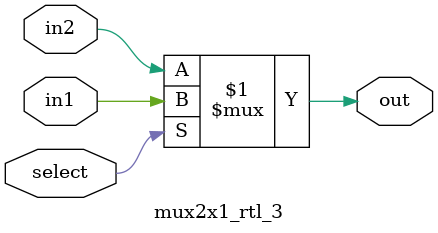
<source format=v>
module mux2x1_rtl_3(
    input in1, in2, select,
    output out
);

    assign out = (select) ? in1 : in2;
endmodule
</source>
